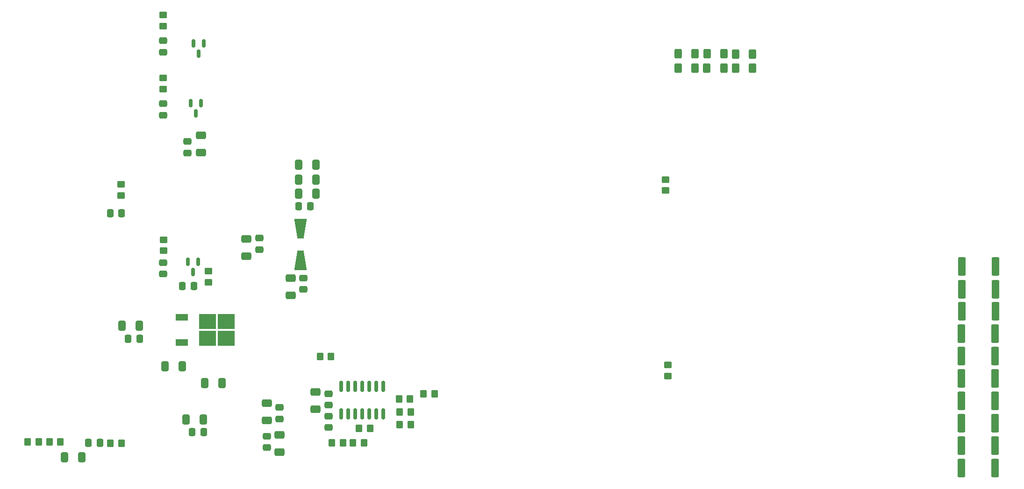
<source format=gbr>
%TF.GenerationSoftware,KiCad,Pcbnew,(6.0.8)*%
%TF.CreationDate,2024-04-13T01:58:17+05:30*%
%TF.ProjectId,Lu_Testing,4c755f54-6573-4746-996e-672e6b696361,rev?*%
%TF.SameCoordinates,Original*%
%TF.FileFunction,Paste,Bot*%
%TF.FilePolarity,Positive*%
%FSLAX46Y46*%
G04 Gerber Fmt 4.6, Leading zero omitted, Abs format (unit mm)*
G04 Created by KiCad (PCBNEW (6.0.8)) date 2024-04-13 01:58:17*
%MOMM*%
%LPD*%
G01*
G04 APERTURE LIST*
G04 Aperture macros list*
%AMRoundRect*
0 Rectangle with rounded corners*
0 $1 Rounding radius*
0 $2 $3 $4 $5 $6 $7 $8 $9 X,Y pos of 4 corners*
0 Add a 4 corners polygon primitive as box body*
4,1,4,$2,$3,$4,$5,$6,$7,$8,$9,$2,$3,0*
0 Add four circle primitives for the rounded corners*
1,1,$1+$1,$2,$3*
1,1,$1+$1,$4,$5*
1,1,$1+$1,$6,$7*
1,1,$1+$1,$8,$9*
0 Add four rect primitives between the rounded corners*
20,1,$1+$1,$2,$3,$4,$5,0*
20,1,$1+$1,$4,$5,$6,$7,0*
20,1,$1+$1,$6,$7,$8,$9,0*
20,1,$1+$1,$8,$9,$2,$3,0*%
%AMOutline4P*
0 Free polygon, 4 corners , with rotation*
0 The origin of the aperture is its center*
0 number of corners: always 4*
0 $1 to $8 corner X, Y*
0 $9 Rotation angle, in degrees counterclockwise*
0 create outline with 4 corners*
4,1,4,$1,$2,$3,$4,$5,$6,$7,$8,$1,$2,$9*%
G04 Aperture macros list end*
%ADD10RoundRect,0.250000X-0.350000X-0.450000X0.350000X-0.450000X0.350000X0.450000X-0.350000X0.450000X0*%
%ADD11RoundRect,0.250000X0.475000X-0.337500X0.475000X0.337500X-0.475000X0.337500X-0.475000X-0.337500X0*%
%ADD12RoundRect,0.250000X0.337500X0.475000X-0.337500X0.475000X-0.337500X-0.475000X0.337500X-0.475000X0*%
%ADD13RoundRect,0.250000X-0.337500X-0.475000X0.337500X-0.475000X0.337500X0.475000X-0.337500X0.475000X0*%
%ADD14RoundRect,0.249999X-0.450001X-1.425001X0.450001X-1.425001X0.450001X1.425001X-0.450001X1.425001X0*%
%ADD15RoundRect,0.250000X0.450000X-0.350000X0.450000X0.350000X-0.450000X0.350000X-0.450000X-0.350000X0*%
%ADD16RoundRect,0.250000X-0.400000X-0.625000X0.400000X-0.625000X0.400000X0.625000X-0.400000X0.625000X0*%
%ADD17RoundRect,0.250000X-0.475000X0.337500X-0.475000X-0.337500X0.475000X-0.337500X0.475000X0.337500X0*%
%ADD18RoundRect,0.150000X-0.150000X0.587500X-0.150000X-0.587500X0.150000X-0.587500X0.150000X0.587500X0*%
%ADD19RoundRect,0.250000X-0.650000X0.412500X-0.650000X-0.412500X0.650000X-0.412500X0.650000X0.412500X0*%
%ADD20RoundRect,0.250000X0.650000X-0.412500X0.650000X0.412500X-0.650000X0.412500X-0.650000X-0.412500X0*%
%ADD21RoundRect,0.250000X-0.450000X0.350000X-0.450000X-0.350000X0.450000X-0.350000X0.450000X0.350000X0*%
%ADD22RoundRect,0.250000X0.412500X0.650000X-0.412500X0.650000X-0.412500X-0.650000X0.412500X-0.650000X0*%
%ADD23R,3.050000X2.750000*%
%ADD24R,2.200000X1.200000*%
%ADD25RoundRect,0.250000X0.350000X0.450000X-0.350000X0.450000X-0.350000X-0.450000X0.350000X-0.450000X0*%
%ADD26Outline4P,-1.800000X-1.150000X1.800000X-0.550000X1.800000X0.550000X-1.800000X1.150000X270.000000*%
%ADD27Outline4P,-1.800000X-1.150000X1.800000X-0.550000X1.800000X0.550000X-1.800000X1.150000X90.000000*%
%ADD28RoundRect,0.250000X-0.412500X-0.650000X0.412500X-0.650000X0.412500X0.650000X-0.412500X0.650000X0*%
%ADD29RoundRect,0.150000X0.150000X-0.825000X0.150000X0.825000X-0.150000X0.825000X-0.150000X-0.825000X0*%
G04 APERTURE END LIST*
D10*
%TO.C,R49*%
X93488000Y-100457000D03*
X95488000Y-100457000D03*
%TD*%
D11*
%TO.C,C1*%
X120509000Y-65299500D03*
X120509000Y-63224500D03*
%TD*%
D12*
%TO.C,C16*%
X129688500Y-57404000D03*
X127613500Y-57404000D03*
%TD*%
D13*
%TO.C,C32*%
X106531500Y-71882000D03*
X108606500Y-71882000D03*
%TD*%
D14*
%TO.C,R27*%
X247630500Y-100891000D03*
X253730500Y-100891000D03*
%TD*%
%TO.C,R19*%
X247757500Y-76507000D03*
X253857500Y-76507000D03*
%TD*%
D10*
%TO.C,R30*%
X137430000Y-100330000D03*
X139430000Y-100330000D03*
%TD*%
D15*
%TO.C,R42*%
X95377000Y-55483000D03*
X95377000Y-53483000D03*
%TD*%
D16*
%TO.C,R8*%
X206730000Y-29833000D03*
X209830000Y-29833000D03*
%TD*%
D17*
%TO.C,C41*%
X102997000Y-27410500D03*
X102997000Y-29485500D03*
%TD*%
D10*
%TO.C,R28*%
X138538028Y-97705236D03*
X140538028Y-97705236D03*
%TD*%
D14*
%TO.C,R26*%
X247630500Y-84635000D03*
X253730500Y-84635000D03*
%TD*%
%TO.C,R25*%
X247679500Y-80584000D03*
X253779500Y-80584000D03*
%TD*%
D18*
%TO.C,Q4*%
X108524000Y-27891500D03*
X110424000Y-27891500D03*
X109474000Y-29766500D03*
%TD*%
D19*
%TO.C,C25*%
X121793000Y-93179500D03*
X121793000Y-96304500D03*
%TD*%
D20*
%TO.C,C18*%
X124079000Y-102019500D03*
X124079000Y-98894500D03*
%TD*%
D21*
%TO.C,R5*%
X194056000Y-52594000D03*
X194056000Y-54594000D03*
%TD*%
D22*
%TO.C,C57*%
X106464500Y-86487000D03*
X103339500Y-86487000D03*
%TD*%
D11*
%TO.C,C21*%
X121793000Y-101240500D03*
X121793000Y-99165500D03*
%TD*%
D23*
%TO.C,U1*%
X114427000Y-78357000D03*
X111077000Y-78357000D03*
X114427000Y-81407000D03*
X111077000Y-81407000D03*
D24*
X106452000Y-82162000D03*
X106452000Y-77602000D03*
%TD*%
D17*
%TO.C,C33*%
X102997000Y-67669500D03*
X102997000Y-69744500D03*
%TD*%
D10*
%TO.C,R32*%
X133620000Y-100330000D03*
X135620000Y-100330000D03*
%TD*%
D14*
%TO.C,R22*%
X247765500Y-72482000D03*
X253865500Y-72482000D03*
%TD*%
%TO.C,R20*%
X247630500Y-92763000D03*
X253730500Y-92763000D03*
%TD*%
D11*
%TO.C,C15*%
X128397000Y-72538500D03*
X128397000Y-70463500D03*
%TD*%
D19*
%TO.C,C31*%
X130632028Y-91147500D03*
X130632028Y-94272500D03*
%TD*%
D18*
%TO.C,Q5*%
X108016000Y-38686500D03*
X109916000Y-38686500D03*
X108966000Y-40561500D03*
%TD*%
D25*
%TO.C,R45*%
X80502000Y-100203000D03*
X78502000Y-100203000D03*
%TD*%
D17*
%TO.C,C36*%
X102997000Y-38840500D03*
X102997000Y-40915500D03*
%TD*%
D14*
%TO.C,R24*%
X247630500Y-104955000D03*
X253730500Y-104955000D03*
%TD*%
%TO.C,R21*%
X247630500Y-88699000D03*
X253730500Y-88699000D03*
%TD*%
D17*
%TO.C,C45*%
X107442000Y-45698500D03*
X107442000Y-47773500D03*
%TD*%
D10*
%TO.C,R12*%
X145888028Y-97070236D03*
X147888028Y-97070236D03*
%TD*%
D18*
%TO.C,Q3*%
X107508000Y-67515500D03*
X109408000Y-67515500D03*
X108458000Y-69390500D03*
%TD*%
D14*
%TO.C,R18*%
X247757500Y-68379000D03*
X253857500Y-68379000D03*
%TD*%
D16*
%TO.C,R2*%
X201567000Y-29777000D03*
X204667000Y-29777000D03*
%TD*%
D26*
%TO.C,D2*%
X127889000Y-61489000D03*
D27*
X127889000Y-67289000D03*
%TD*%
D28*
%TO.C,C55*%
X95551452Y-79107000D03*
X98676452Y-79107000D03*
%TD*%
D25*
%TO.C,R29*%
X147888028Y-94784236D03*
X145888028Y-94784236D03*
%TD*%
D17*
%TO.C,C30*%
X133045028Y-91460736D03*
X133045028Y-93535736D03*
%TD*%
D16*
%TO.C,R7*%
X201523000Y-32385000D03*
X204623000Y-32385000D03*
%TD*%
D20*
%TO.C,C9*%
X126111000Y-73571500D03*
X126111000Y-70446500D03*
%TD*%
D17*
%TO.C,C22*%
X124079000Y-93958500D03*
X124079000Y-96033500D03*
%TD*%
D21*
%TO.C,R40*%
X102997000Y-34179000D03*
X102997000Y-36179000D03*
%TD*%
D22*
%TO.C,C8*%
X110274500Y-96139000D03*
X107149500Y-96139000D03*
%TD*%
D19*
%TO.C,C46*%
X109855000Y-44538500D03*
X109855000Y-47663500D03*
%TD*%
D13*
%TO.C,C54*%
X96711452Y-81520000D03*
X98786452Y-81520000D03*
%TD*%
D28*
%TO.C,C5*%
X110578500Y-89535000D03*
X113703500Y-89535000D03*
%TD*%
D13*
%TO.C,C50*%
X89513500Y-100330000D03*
X91588500Y-100330000D03*
%TD*%
D29*
%TO.C,U5*%
X142951028Y-95100236D03*
X141681028Y-95100236D03*
X140411028Y-95100236D03*
X139141028Y-95100236D03*
X137871028Y-95100236D03*
X136601028Y-95100236D03*
X135331028Y-95100236D03*
X135331028Y-90150236D03*
X136601028Y-90150236D03*
X137871028Y-90150236D03*
X139141028Y-90150236D03*
X140411028Y-90150236D03*
X141681028Y-90150236D03*
X142951028Y-90150236D03*
%TD*%
D22*
%TO.C,C3*%
X130721500Y-52578000D03*
X127596500Y-52578000D03*
%TD*%
D13*
%TO.C,C42*%
X93450500Y-58674000D03*
X95525500Y-58674000D03*
%TD*%
D16*
%TO.C,R6*%
X196316000Y-29718000D03*
X199416000Y-29718000D03*
%TD*%
D10*
%TO.C,R47*%
X82439000Y-100203000D03*
X84439000Y-100203000D03*
%TD*%
D21*
%TO.C,R37*%
X102997000Y-22749000D03*
X102997000Y-24749000D03*
%TD*%
D12*
%TO.C,C13*%
X110384500Y-98425000D03*
X108309500Y-98425000D03*
%TD*%
D15*
%TO.C,R34*%
X111252000Y-71231000D03*
X111252000Y-69231000D03*
%TD*%
D20*
%TO.C,C14*%
X118110000Y-66459500D03*
X118110000Y-63334500D03*
%TD*%
D21*
%TO.C,R35*%
X103124000Y-63516000D03*
X103124000Y-65516000D03*
%TD*%
D22*
%TO.C,C10*%
X130721500Y-55118000D03*
X127596500Y-55118000D03*
%TD*%
D28*
%TO.C,C49*%
X85178500Y-102997000D03*
X88303500Y-102997000D03*
%TD*%
D16*
%TO.C,R3*%
X206730000Y-32385000D03*
X209830000Y-32385000D03*
%TD*%
D17*
%TO.C,C26*%
X133045028Y-95524736D03*
X133045028Y-97599736D03*
%TD*%
D21*
%TO.C,R13*%
X194437000Y-86249000D03*
X194437000Y-88249000D03*
%TD*%
D25*
%TO.C,R31*%
X147761028Y-92371236D03*
X145761028Y-92371236D03*
%TD*%
%TO.C,R17*%
X152206028Y-91482236D03*
X150206028Y-91482236D03*
%TD*%
D16*
%TO.C,R1*%
X196316000Y-32385000D03*
X199416000Y-32385000D03*
%TD*%
D25*
%TO.C,R33*%
X133461000Y-84709000D03*
X131461000Y-84709000D03*
%TD*%
D14*
%TO.C,R23*%
X247630500Y-96827000D03*
X253730500Y-96827000D03*
%TD*%
D22*
%TO.C,C7*%
X130721500Y-49911000D03*
X127596500Y-49911000D03*
%TD*%
M02*

</source>
